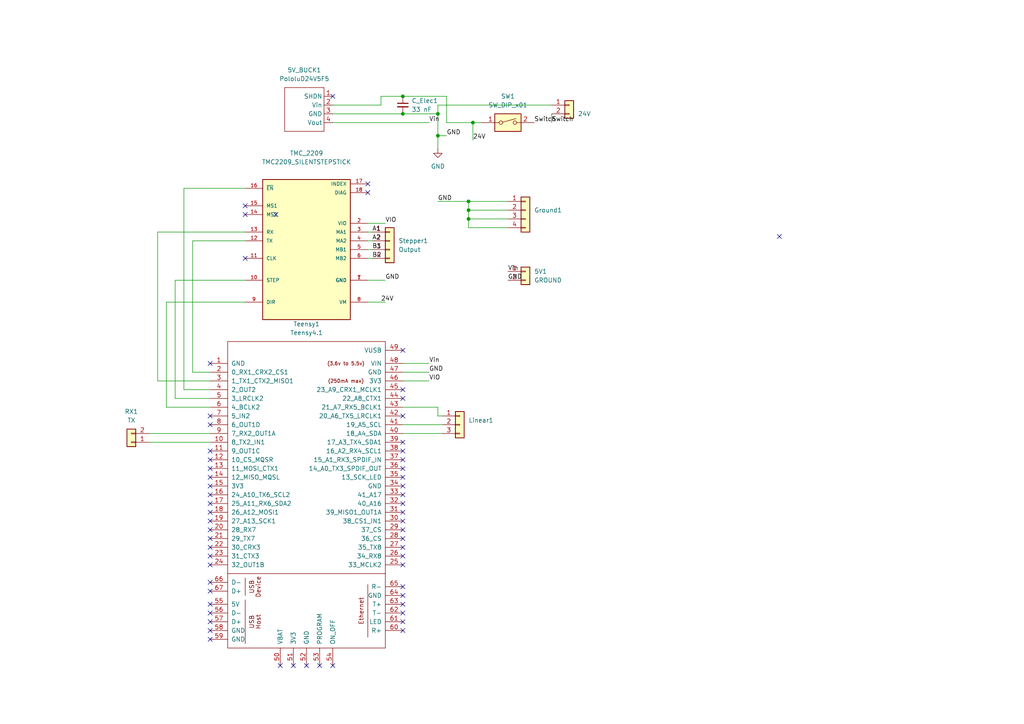
<source format=kicad_sch>
(kicad_sch (version 20250114) (generator "eeschema") (generator_version "9.0")
  (paper "A4")
  (title_block (title "Arm_Controller_Board") (date "2024-04-24") (company "RoboNav"))
  (lib_symbols
    (symbol "Connector_Generic:Conn_01x02" (pin_names (offset 1.016) (hide yes))
      (property "Reference" "J" (at 0 2.54 0))
      (property "Value" "Conn_01x02" (at 0 -5.08 0))
      (symbol "Conn_01x02_1_1"
        (rectangle (start -1.27 1.27) (end 1.27 -3.81) (stroke (width 0.254)) (fill (type background)))
        (rectangle (start -1.27 0.127) (end 0 -0.127) (stroke (width 0.1524)))
        (rectangle (start -1.27 -2.413) (end 0 -2.667) (stroke (width 0.1524)))
        (pin passive line (at -5.08 0 0) (length 3.81) (name "Pin_1") (number "1"))
        (pin passive line (at -5.08 -2.54 0) (length 3.81) (name "Pin_2") (number "2"))
      )
    )
    (symbol "Connector_Generic:Conn_01x03" (pin_names (offset 1.016) (hide yes))
      (property "Reference" "J" (at 0 5.08 0))
      (property "Value" "Conn_01x03" (at 0 -5.08 0))
      (symbol "Conn_01x03_1_1"
        (rectangle (start -1.27 3.81) (end 1.27 -3.81) (stroke (width 0.254)) (fill (type background)))
        (rectangle (start -1.27 2.667) (end 0 2.413) (stroke (width 0.1524)))
        (rectangle (start -1.27 0.127) (end 0 -0.127) (stroke (width 0.1524)))
        (rectangle (start -1.27 -2.413) (end 0 -2.667) (stroke (width 0.1524)))
        (pin passive line (at -5.08 2.54 0) (length 3.81) (name "Pin_1") (number "1"))
        (pin passive line (at -5.08 0 0) (length 3.81) (name "Pin_2") (number "2"))
        (pin passive line (at -5.08 -2.54 0) (length 3.81) (name "Pin_3") (number "3"))
      )
    )
    (symbol "Connector_Generic:Conn_01x04" (pin_names (offset 1.016) (hide yes))
      (property "Reference" "J" (at 0 5.08 0))
      (property "Value" "Conn_01x04" (at 0 -7.62 0))
      (symbol "Conn_01x04_1_1"
        (rectangle (start -1.27 3.81) (end 1.27 -6.35) (stroke (width 0.254)) (fill (type background)))
        (rectangle (start -1.27 2.667) (end 0 2.413) (stroke (width 0.1524)))
        (rectangle (start -1.27 0.127) (end 0 -0.127) (stroke (width 0.1524)))
        (rectangle (start -1.27 -2.413) (end 0 -2.667) (stroke (width 0.1524)))
        (rectangle (start -1.27 -4.953) (end 0 -5.207) (stroke (width 0.1524)))
        (pin passive line (at -5.08 2.54 0) (length 3.81) (name "Pin_1") (number "1"))
        (pin passive line (at -5.08 0 0) (length 3.81) (name "Pin_2") (number "2"))
        (pin passive line (at -5.08 -2.54 0) (length 3.81) (name "Pin_3") (number "3"))
        (pin passive line (at -5.08 -5.08 0) (length 3.81) (name "Pin_4") (number "4"))
      )
    )
    (symbol "Device:C_Small" (pin_numbers (hide yes)) (pin_names (offset 0.254) (hide yes))
      (property "Reference" "C" (at 0.254 1.778 0))
      (property "Value" "C_Small" (at 0.254 -2.032 0))
      (symbol "C_Small_0_1"
        (polyline (pts (xy -1.524 0.508) (xy 1.524 0.508)) (stroke (width 0.3048)))
        (polyline (pts (xy -1.524 -0.508) (xy 1.524 -0.508)) (stroke (width 0.3302)))
      )
      (symbol "C_Small_1_1"
        (pin passive line (at 0 2.54 270) (length 2.032) (name "~") (number "1"))
        (pin passive line (at 0 -2.54 90) (length 2.032) (name "~") (number "2"))
      )
    )
    (symbol "Pololu_5V_D24V5F5:D24V5F5"
      (property "Reference" "U2" (at -5.715 11.43 0))
      (property "Value" "~" (at -5.715 8.89 0))
      (symbol "D24V5F5_0_1"
        (rectangle (start 0 7.62) (end -11.43 -5.08))
      )
      (symbol "D24V5F5_1_1"
        (pin power_in line (at 2.54 5.08 180) (length 2.54) (name "SHDN") (number "1"))
        (pin power_in line (at 2.54 2.54 180) (length 2.54) (name "Vin") (number "2"))
        (pin power_in line (at 2.54 0 180) (length 2.54) (name "GND") (number "3"))
        (pin power_out line (at 2.54 -2.54 180) (length 2.54) (name "Vout") (number "4"))
      )
    )
    (symbol "Switch:SW_DIP_x01" (pin_names (offset 0) (hide yes))
      (property "Reference" "SW" (at 0 3.81 0))
      (property "Value" "SW_DIP_x01" (at 0 -3.81 0))
      (symbol "SW_DIP_x01_0_0"
        (circle (center -2.032 0) (radius 0.508))
        (polyline (pts (xy -1.524 0.127) (xy 2.3622 1.1684)))
        (circle (center 2.032 0) (radius 0.508))
      )
      (symbol "SW_DIP_x01_0_1"
        (rectangle (start -3.81 2.54) (end 3.81 -2.54) (stroke (width 0.254)) (fill (type background)))
      )
      (symbol "SW_DIP_x01_1_1"
        (pin passive line (at -7.62 0 0) (length 5.08) (name "~") (number "1"))
        (pin passive line (at 7.62 0 180) (length 5.08) (name "~") (number "2"))
      )
    )
    (symbol "TMC2209_SILENTSTEPSTICK:TMC2209_SILENTSTEPSTICK" (pin_names (offset 1.016))
      (property "Reference" "TMC_2209" (at 0 25.4 0))
      (property "Value" "TMC2209_SILENTSTEPSTICK" (at 0 22.86 0))
      (symbol "TMC2209_SILENTSTEPSTICK_0_0"
        (rectangle (start -12.7 17.78) (end 12.7 -22.86) (stroke (width 0.254)) (fill (type background)))
        (pin input line (at -17.78 15.24 0) (length 5.08) (name "~{EN}") (number "16"))
        (pin input line (at -17.78 10.16 0) (length 5.08) (name "MS1") (number "15"))
        (pin input line (at -17.78 7.62 0) (length 5.08) (name "MS2") (number "14"))
        (pin input line (at -17.78 -11.43 0) (length 5.08) (name "STEP") (number "10"))
        (pin input line (at -17.78 -17.78 0) (length 5.08) (name "DIR") (number "9"))
        (pin output line (at 17.78 16.51 180) (length 5.08) (name "INDEX") (number "17"))
        (pin output line (at 17.78 13.97 180) (length 5.08) (name "DIAG") (number "18"))
        (pin power_in line (at 17.78 5.08 180) (length 5.08) (name "VIO") (number "2"))
        (pin power_in line (at 17.78 -11.43 180) (length 5.08) (name "GND") (number "1"))
        (pin power_in line (at 17.78 -11.43 180) (length 5.08) (name "GND") (number "7"))
        (pin power_in line (at 17.78 -17.78 180) (length 5.08) (name "VM") (number "8"))
      )
      (symbol "TMC2209_SILENTSTEPSTICK_1_0"
        (pin input line (at -17.78 2.54 0) (length 5.08) (name "RX") (number "13"))
        (pin bidirectional line (at -17.78 0 0) (length 5.08) (name "TX") (number "12"))
        (pin bidirectional line (at -17.78 -5.08 0) (length 5.08) (name "CLK") (number "11"))
        (pin output line (at 17.78 2.54 180) (length 5.08) (name "MA1") (number "3"))
        (pin output line (at 17.78 0 180) (length 5.08) (name "MA2") (number "4"))
        (pin output line (at 17.78 -2.54 180) (length 5.08) (name "MB1") (number "5"))
        (pin output line (at 17.78 -5.08 180) (length 5.08) (name "MB2") (number "6"))
      )
    )
    (symbol "Teensy:Teensy4.1" (pin_names (offset 1.016))
      (property "Reference" "U" (at 0 64.77 0))
      (property "Value" "Teensy4.1" (at 0 62.23 0))
      (symbol "Teensy4.1_0_0"
        (polyline (pts (xy -22.86 -6.35) (xy 22.86 -6.35)))
        (polyline (pts (xy -17.78 -7.62) (xy -17.78 -12.7)))
        (polyline (pts (xy -17.78 -26.67) (xy -17.78 -13.97)))
        (polyline (pts (xy 17.78 -9.525) (xy 17.78 -24.765)))
        (text "USB" (at -15.875 -10.16 900) (effects (font (size 1.27 1.27))))
        (text "USB" (at -15.875 -20.32 900) (effects (font (size 1.27 1.27))))
        (text "Device" (at -13.97 -10.16 900) (effects (font (size 1.27 1.27))))
        (text "Host" (at -13.97 -20.32 900) (effects (font (size 1.27 1.27))))
        (text "(3.6v to 5.5v)" (at 11.43 54.61 0) (effects (font (size 1.016 1.016))))
        (text "(250mA max)" (at 11.43 49.53 0) (effects (font (size 1.016 1.016))))
        (text "Ethernet" (at 15.875 -17.145 900) (effects (font (size 1.27 1.27))))
        (pin bidirectional line (at -27.94 44.45 0) (length 5.08) (name "3_LRCLK2") (number "5"))
        (pin bidirectional line (at -27.94 41.91 0) (length 5.08) (name "4_BCLK2") (number "6"))
        (pin bidirectional line (at -27.94 39.37 0) (length 5.08) (name "5_IN2") (number "7"))
        (pin bidirectional line (at -27.94 36.83 0) (length 5.08) (name "6_OUT1D") (number "8"))
        (pin bidirectional line (at -27.94 34.29 0) (length 5.08) (name "7_RX2_OUT1A") (number "9"))
        (pin bidirectional line (at -27.94 31.75 0) (length 5.08) (name "8_TX2_IN1") (number "10"))
        (pin bidirectional line (at -27.94 29.21 0) (length 5.08) (name "9_OUT1C") (number "11"))
        (pin bidirectional line (at -27.94 26.67 0) (length 5.08) (name "10_CS_MQSR") (number "12"))
        (pin bidirectional line (at -27.94 24.13 0) (length 5.08) (name "11_MOSI_CTX1") (number "13"))
        (pin bidirectional line (at -27.94 21.59 0) (length 5.08) (name "12_MISO_MQSL") (number "14"))
        (pin power_in line (at -27.94 19.05 0) (length 5.08) (name "3V3") (number "15"))
        (pin bidirectional line (at -27.94 16.51 0) (length 5.08) (name "24_A10_TX6_SCL2") (number "16"))
        (pin bidirectional line (at -27.94 13.97 0) (length 5.08) (name "25_A11_RX6_SDA2") (number "17"))
        (pin bidirectional line (at -27.94 11.43 0) (length 5.08) (name "26_A12_MOSI1") (number "18"))
        (pin bidirectional line (at -27.94 8.89 0) (length 5.08) (name "27_A13_SCK1") (number "19"))
        (pin bidirectional line (at -27.94 6.35 0) (length 5.08) (name "28_RX7") (number "20"))
        (pin bidirectional line (at -27.94 3.81 0) (length 5.08) (name "29_TX7") (number "21"))
        (pin bidirectional line (at -27.94 1.27 0) (length 5.08) (name "30_CRX3") (number "22"))
        (pin bidirectional line (at -27.94 -1.27 0) (length 5.08) (name "31_CTX3") (number "23"))
        (pin bidirectional line (at -27.94 -3.81 0) (length 5.08) (name "32_OUT1B") (number "24"))
        (pin bidirectional line (at -27.94 -8.89 0) (length 5.08) (name "D-") (number "66"))
        (pin bidirectional line (at -27.94 -11.43 0) (length 5.08) (name "D+") (number "67"))
        (pin power_out line (at -27.94 -15.24 0) (length 5.08) (name "5V") (number "55"))
        (pin bidirectional line (at -27.94 -17.78 0) (length 5.08) (name "D-") (number "56"))
        (pin bidirectional line (at -27.94 -20.32 0) (length 5.08) (name "D+") (number "57"))
        (pin power_in line (at -27.94 -22.86 0) (length 5.08) (name "GND") (number "58"))
        (pin power_in line (at -27.94 -25.4 0) (length 5.08) (name "GND") (number "59"))
        (pin power_in line (at -7.62 -33.02 90) (length 5.08) (name "VBAT") (number "50"))
        (pin power_in line (at -3.81 -33.02 90) (length 5.08) (name "3V3") (number "51"))
        (pin input line (at 0 -33.02 90) (length 5.08) (name "GND") (number "52"))
        (pin input line (at 3.81 -33.02 90) (length 5.08) (name "PROGRAM") (number "53"))
        (pin input line (at 7.62 -33.02 90) (length 5.08) (name "ON_OFF") (number "54"))
        (pin power_out line (at 27.94 58.42 180) (length 5.08) (name "VUSB") (number "49"))
        (pin power_in line (at 27.94 54.61 180) (length 5.08) (name "VIN") (number "48"))
        (pin output line (at 27.94 52.07 180) (length 5.08) (name "GND") (number "47"))
        (pin output line (at 27.94 49.53 180) (length 5.08) (name "3V3") (number "46"))
        (pin bidirectional line (at 27.94 46.99 180) (length 5.08) (name "23_A9_CRX1_MCLK1") (number "45"))
        (pin bidirectional line (at 27.94 44.45 180) (length 5.08) (name "22_A8_CTX1") (number "44"))
        (pin bidirectional line (at 27.94 41.91 180) (length 5.08) (name "21_A7_RX5_BCLK1") (number "43"))
        (pin bidirectional line (at 27.94 39.37 180) (length 5.08) (name "20_A6_TX5_LRCLK1") (number "42"))
        (pin bidirectional line (at 27.94 36.83 180) (length 5.08) (name "19_A5_SCL") (number "41"))
        (pin bidirectional line (at 27.94 34.29 180) (length 5.08) (name "18_A4_SDA") (number "40"))
        (pin bidirectional line (at 27.94 31.75 180) (length 5.08) (name "17_A3_TX4_SDA1") (number "39"))
        (pin bidirectional line (at 27.94 29.21 180) (length 5.08) (name "16_A2_RX4_SCL1") (number "38"))
        (pin bidirectional line (at 27.94 26.67 180) (length 5.08) (name "15_A1_RX3_SPDIF_IN") (number "37"))
        (pin bidirectional line (at 27.94 24.13 180) (length 5.08) (name "14_A0_TX3_SPDIF_OUT") (number "36"))
        (pin bidirectional line (at 27.94 21.59 180) (length 5.08) (name "13_SCK_LED") (number "35"))
        (pin bidirectional line (at 27.94 16.51 180) (length 5.08) (name "41_A17") (number "33"))
        (pin bidirectional line (at 27.94 13.97 180) (length 5.08) (name "40_A16") (number "32"))
        (pin bidirectional line (at 27.94 11.43 180) (length 5.08) (name "39_MISO1_OUT1A") (number "31"))
        (pin bidirectional line (at 27.94 8.89 180) (length 5.08) (name "38_CS1_IN1") (number "30"))
        (pin bidirectional line (at 27.94 6.35 180) (length 5.08) (name "37_CS") (number "29"))
        (pin bidirectional line (at 27.94 3.81 180) (length 5.08) (name "36_CS") (number "28"))
        (pin bidirectional line (at 27.94 1.27 180) (length 5.08) (name "35_TX8") (number "27"))
        (pin bidirectional line (at 27.94 -1.27 180) (length 5.08) (name "34_RX8") (number "26"))
        (pin bidirectional line (at 27.94 -3.81 180) (length 5.08) (name "33_MCLK2") (number "25"))
        (pin bidirectional line (at 27.94 -10.16 180) (length 5.08) (name "R-") (number "65"))
        (pin power_in line (at 27.94 -12.7 180) (length 5.08) (name "GND") (number "64"))
        (pin bidirectional line (at 27.94 -15.24 180) (length 5.08) (name "T+") (number "63"))
        (pin bidirectional line (at 27.94 -17.78 180) (length 5.08) (name "T-") (number "62"))
        (pin bidirectional line (at 27.94 -20.32 180) (length 5.08) (name "LED") (number "61"))
        (pin bidirectional line (at 27.94 -22.86 180) (length 5.08) (name "R+") (number "60"))
      )
      (symbol "Teensy4.1_0_1"
        (rectangle (start -22.86 60.96) (end 22.86 -27.94))
        (rectangle (start -20.32 -1.27) (end -20.32 -1.27))
      )
      (symbol "Teensy4.1_1_1"
        (pin power_in line (at -27.94 54.61 0) (length 5.08) (name "GND") (number "1"))
        (pin bidirectional line (at -27.94 52.07 0) (length 5.08) (name "0_RX1_CRX2_CS1") (number "2"))
        (pin bidirectional line (at -27.94 49.53 0) (length 5.08) (name "1_TX1_CTX2_MISO1") (number "3"))
        (pin bidirectional line (at -27.94 46.99 0) (length 5.08) (name "2_OUT2") (number "4"))
        (pin power_in line (at 27.94 19.05 180) (length 5.08) (name "GND") (number "34"))
      )
    )
    (symbol "power:GND" (power) (pin_numbers (hide yes)) (pin_names (offset 0) (hide yes))
      (property "Value" "GND" (at 0 -3.81 0))
      (symbol "GND_0_1"
        (polyline (pts (xy 0 0) (xy 0 -1.27) (xy 1.27 -1.27) (xy 0 -2.54) (xy -1.27 -1.27) (xy 0 -1.27)))
      )
      (symbol "GND_1_1"
        (pin power_in line (at 0 0 270) (length 0) (name "~") (number "1"))
      )
    )
  )
  (junction (at 116.84 33.02))
  (junction (at 135.89 63.5))
  (junction (at 127 33.02))
  (junction (at 135.89 60.96))
  (junction (at 137.16 35.56))
  (junction (at 116.84 27.94))
  (junction (at 135.89 58.42))
  (junction (at 127 39.37))
  (no_connect (at 60.96 135.89))
  (no_connect (at 116.84 135.89))
  (no_connect (at 85.09 193.04))
  (no_connect (at 92.71 193.04))
  (no_connect (at 60.96 158.75))
  (no_connect (at 60.96 156.21))
  (no_connect (at 60.96 133.35))
  (no_connect (at 60.96 177.8))
  (no_connect (at 116.84 170.18))
  (no_connect (at 116.84 101.6))
  (no_connect (at 116.84 113.03))
  (no_connect (at 60.96 120.65))
  (no_connect (at 116.84 143.51))
  (no_connect (at 116.84 158.75))
  (no_connect (at 60.96 140.97))
  (no_connect (at 60.96 185.42))
  (no_connect (at 60.96 175.26))
  (no_connect (at 60.96 105.41))
  (no_connect (at 96.52 27.94))
  (no_connect (at 116.84 140.97))
  (no_connect (at 106.68 55.88))
  (no_connect (at 116.84 120.65))
  (no_connect (at 116.84 177.8))
  (no_connect (at 60.96 143.51))
  (no_connect (at 60.96 163.83))
  (no_connect (at 106.68 53.34))
  (no_connect (at 60.96 146.05))
  (no_connect (at 116.84 148.59))
  (no_connect (at 71.12 62.23))
  (no_connect (at 60.96 171.45))
  (no_connect (at 60.96 148.59))
  (no_connect (at 88.9 193.04))
  (no_connect (at 116.84 182.88))
  (no_connect (at 116.84 163.83))
  (no_connect (at 60.96 168.91))
  (no_connect (at 60.96 161.29))
  (no_connect (at 60.96 151.13))
  (no_connect (at 116.84 115.57))
  (no_connect (at 116.84 133.35))
  (no_connect (at 116.84 156.21))
  (no_connect (at 60.96 182.88))
  (no_connect (at 96.52 193.04))
  (no_connect (at 116.84 128.27))
  (no_connect (at 116.84 151.13))
  (no_connect (at 116.84 153.67))
  (no_connect (at 71.12 59.69))
  (no_connect (at 116.84 146.05))
  (no_connect (at 116.84 180.34))
  (no_connect (at 60.96 138.43))
  (no_connect (at 81.28 193.04))
  (no_connect (at 80.01 62.23))
  (no_connect (at 116.84 172.72))
  (no_connect (at 226.06 68.58))
  (no_connect (at 116.84 130.81))
  (no_connect (at 116.84 138.43))
  (no_connect (at 60.96 123.19))
  (no_connect (at 60.96 180.34))
  (no_connect (at 60.96 130.81))
  (no_connect (at 60.96 153.67))
  (no_connect (at 116.84 175.26))
  (no_connect (at 71.12 74.93))
  (no_connect (at 116.84 161.29))
  (wire (pts (xy 106.68 69.85) (xy 107.95 69.85)))
  (wire (pts (xy 45.72 67.31) (xy 45.72 110.49)))
  (wire (pts (xy 48.26 118.11) (xy 48.26 87.63)))
  (wire (pts (xy 96.52 35.56) (xy 124.46 35.56)))
  (wire (pts (xy 55.88 69.85) (xy 55.88 107.95)))
  (wire (pts (xy 135.89 58.42) (xy 127 58.42)))
  (wire (pts (xy 55.88 69.85) (xy 71.12 69.85)))
  (wire (pts (xy 106.68 74.93) (xy 107.95 74.93)))
  (wire (pts (xy 48.26 118.11) (xy 60.96 118.11)))
  (wire (pts (xy 116.84 27.94) (xy 110.49 27.94)))
  (wire (pts (xy 53.34 54.61) (xy 71.12 54.61)))
  (wire (pts (xy 127 39.37) (xy 129.54 39.37)))
  (wire (pts (xy 106.68 72.39) (xy 107.95 72.39)))
  (wire (pts (xy 129.54 27.94) (xy 116.84 27.94)))
  (wire (pts (xy 116.84 110.49) (xy 124.46 110.49)))
  (wire (pts (xy 116.84 123.19) (xy 128.27 123.19)))
  (wire (pts (xy 43.18 125.73) (xy 60.96 125.73)))
  (wire (pts (xy 129.54 27.94) (xy 129.54 35.56)))
  (wire (pts (xy 124.46 105.41) (xy 116.84 105.41)))
  (wire (pts (xy 160.02 33.02) (xy 160.02 35.56)))
  (wire (pts (xy 127 120.65) (xy 127 118.11)))
  (wire (pts (xy 116.84 33.02) (xy 127 33.02)))
  (wire (pts (xy 137.16 35.56) (xy 129.54 35.56)))
  (wire (pts (xy 127 33.02) (xy 127 39.37)))
  (wire (pts (xy 106.68 67.31) (xy 107.95 67.31)))
  (wire (pts (xy 147.32 63.5) (xy 135.89 63.5)))
  (wire (pts (xy 116.84 107.95) (xy 124.46 107.95)))
  (wire (pts (xy 110.49 27.94) (xy 110.49 30.48)))
  (wire (pts (xy 139.7 35.56) (xy 137.16 35.56)))
  (wire (pts (xy 137.16 35.56) (xy 137.16 40.64)))
  (wire (pts (xy 96.52 30.48) (xy 110.49 30.48)))
  (wire (pts (xy 53.34 113.03) (xy 60.96 113.03)))
  (wire (pts (xy 55.88 107.95) (xy 60.96 107.95)))
  (wire (pts (xy 135.89 66.04) (xy 135.89 63.5)))
  (wire (pts (xy 45.72 110.49) (xy 60.96 110.49)))
  (wire (pts (xy 147.32 58.42) (xy 135.89 58.42)))
  (wire (pts (xy 135.89 63.5) (xy 135.89 60.96)))
  (wire (pts (xy 53.34 54.61) (xy 53.34 113.03)))
  (wire (pts (xy 106.68 64.77) (xy 111.76 64.77)))
  (wire (pts (xy 127 118.11) (xy 116.84 118.11)))
  (wire (pts (xy 96.52 33.02) (xy 116.84 33.02)))
  (wire (pts (xy 45.72 67.31) (xy 71.12 67.31)))
  (wire (pts (xy 147.32 66.04) (xy 135.89 66.04)))
  (wire (pts (xy 160.02 30.48) (xy 127 30.48)))
  (wire (pts (xy 106.68 81.28) (xy 111.76 81.28)))
  (wire (pts (xy 50.8 115.57) (xy 50.8 81.28)))
  (wire (pts (xy 116.84 125.73) (xy 128.27 125.73)))
  (wire (pts (xy 48.26 87.63) (xy 71.12 87.63)))
  (wire (pts (xy 50.8 115.57) (xy 60.96 115.57)))
  (wire (pts (xy 106.68 87.63) (xy 111.76 87.63)))
  (wire (pts (xy 127 120.65) (xy 128.27 120.65)))
  (wire (pts (xy 147.32 60.96) (xy 135.89 60.96)))
  (wire (pts (xy 135.89 60.96) (xy 135.89 58.42)))
  (wire (pts (xy 127 30.48) (xy 127 33.02)))
  (wire (pts (xy 43.18 128.27) (xy 60.96 128.27)))
  (wire (pts (xy 127 39.37) (xy 127 43.18)))
  (wire (pts (xy 50.8 81.28) (xy 71.12 81.28)))
  (label "VIO" (at 111.76 64.77 0))
  (label "B2" (at 107.95 74.93 0))
  (label "24V" (at 110.49 87.63 0))
  (label "GND" (at 129.54 39.37 0))
  (label "A2" (at 107.95 69.85 0))
  (label "GND" (at 124.46 107.95 0))
  (label "Switch" (at 160.02 35.56 0))
  (label "GND" (at 127 58.42 0))
  (label "Vin" (at 147.32 78.74 0))
  (label "Switch" (at 154.94 35.56 0))
  (label "Vin" (at 124.46 35.56 0))
  (label "Vin" (at 124.46 105.41 0))
  (label "GND" (at 147.32 81.28 0))
  (label "24V" (at 137.16 40.64 0))
  (label "VIO" (at 124.46 110.49 0))
  (label "GND" (at 111.76 81.28 0))
  (label "A1" (at 107.95 67.31 0))
  (label "B1" (at 107.95 72.39 0))
  (symbol (lib_id "power:GND") (at 127 43.18 0) (unit 1)
    (property "Reference" "#PWR01" (effects (hide yes)))
    (property "Value" "GND" (at 127 48.26 0))
    (property "Description" "Power symbol creates a global label with name \"GND\" , ground" (effects (hide yes)))
  )
  (symbol (lib_id "TMC2209_SILENTSTEPSTICK:TMC2209_SILENTSTEPSTICK") (at 88.9 69.85 0) (unit 1)
    (property "Reference" "TMC_2209" (at 88.9 44.45 0))
    (property "Value" "TMC2209_SILENTSTEPSTICK" (at 88.9 46.99 0))
    (property "Footprint" "Bigtreetech_TMC2209:MODULE_TMC2209_SILENTSTEPSTICK" (effects (hide yes)))
    (property "SNAPEDA_PN" "TMC2209 SILENTSTEPSTICK" (effects (hide yes)))
  )
  (symbol (lib_id "Teensy:Teensy4.1") (at 88.9 160.02 0) (unit 1)
    (property "Reference" "Teensy1" (at 88.9 93.98 0))
    (property "Value" "Teensy4.1" (at 88.9 96.52 0))
    (property "Footprint" "Teensy:Teensy41" (effects (hide yes)))
  )
  (symbol (lib_id "Connector_Generic:Conn_01x02") (at 38.1 128.27 180) (unit 1)
    (property "Reference" "RX1" (at 38.1 119.38 0))
    (property "Value" "TX" (at 38.1 121.92 0))
    (property "Footprint" "Connector_JST:JST_EH_B2B-EH-A_1x02_P2.50mm_Vertical" (effects (hide yes)))
    (property "Description" "Generic connector, single row, 01x02, script generated (kicad-library-utils/schlib/autogen/connector/)" (effects (hide yes)))
  )
  (symbol (lib_id "Pololu_5V_D24V5F5:D24V5F5") (at 93.98 33.02 0) (unit 1)
    (property "Reference" "5V_BUCK1" (at 88.265 20.32 0))
    (property "Value" "PololuD24V5F5" (at 88.265 22.86 0))
    (property "Footprint" "Connector_PinHeader_2.54mm:PinHeader_1x04_P2.54mm_Vertical" (effects (hide yes)))
  )
  (symbol (lib_id "Connector_Generic:Conn_01x02") (at 152.4 78.74 0) (unit 1)
    (property "Reference" "5V1" (at 154.94 78.7399 0) (effects (justify left)))
    (property "Value" "GROUND" (at 154.94 81.2799 0) (effects (justify left)))
    (property "Footprint" "Connector_JST:JST_EH_B2B-EH-A_1x02_P2.50mm_Vertical" (effects (hide yes)))
    (property "Description" "Generic connector, single row, 01x02, script generated (kicad-library-utils/schlib/autogen/connector/)" (effects (hide yes)))
  )
  (symbol (lib_id "Connector_Generic:Conn_01x04") (at 152.4 60.96 0) (unit 1)
    (property "Reference" "Ground1" (at 154.94 60.9599 0) (effects (justify left)))
    (property "Value" "Output" (effects (hide yes)))
    (property "Footprint" "Connector_PinHeader_2.54mm:PinHeader_1x04_P2.54mm_Vertical" (effects (hide yes)))
    (property "Description" "Generic connector, single row, 01x04, script generated (kicad-library-utils/schlib/autogen/connector/)" (effects (hide yes)))
  )
  (symbol (lib_id "Device:C_Small") (at 116.84 30.48 0) (unit 1)
    (property "Reference" "C_Elec1" (at 119.38 29.2162 0) (effects (justify left)))
    (property "Value" "33 nF" (at 119.38 31.7562 0) (effects (justify left)))
    (property "Footprint" "Capacitor_THT:C_Disc_D3.0mm_W1.6mm_P2.50mm" (effects (hide yes)))
    (property "Description" "Unpolarized capacitor, small symbol" (effects (hide yes)))
  )
  (symbol (lib_id "Connector_Generic:Conn_01x02") (at 165.1 30.48 0) (unit 1)
    (property "Reference" "Ground2" (effects (hide yes)))
    (property "Value" "24V" (at 167.64 33.0199 0) (effects (justify left)))
    (property "Footprint" "Connector_JST:JST_EH_B2B-EH-A_1x02_P2.50mm_Vertical" (effects (hide yes)))
    (property "Description" "Generic connector, single row, 01x02, script generated (kicad-library-utils/schlib/autogen/connector/)" (effects (hide yes)))
    (property "Sim.Library" ".\\" (effects (hide yes)))
  )
  (symbol (lib_id "Connector_Generic:Conn_01x03") (at 133.35 123.19 0) (unit 1)
    (property "Reference" "Linear1" (at 135.89 121.9199 0) (effects (justify left)))
    (property "Value" "Actuator" (effects (hide yes)))
    (property "Footprint" "Connector_JST:JST_EH_B3B-EH-A_1x03_P2.50mm_Vertical" (effects (hide yes)))
    (property "Description" "Generic connector, single row, 01x03, script generated (kicad-library-utils/schlib/autogen/connector/)" (effects (hide yes)))
  )
  (symbol (lib_id "Switch:SW_DIP_x01") (at 147.32 35.56 0) (unit 1)
    (property "Reference" "SW1" (at 147.32 27.94 0))
    (property "Value" "SW_DIP_x01" (at 147.32 30.48 0))
    (property "Footprint" "Button_Switch_THT:SW_DIP_SPSTx01_Slide_9.78x4.72mm_W7.62mm_P2.54mm" (effects (hide yes)))
    (property "Description" "1x DIP Switch, Single Pole Single Throw (SPST) switch, small symbol" (effects (hide yes)))
  )
  (symbol (lib_id "Connector_Generic:Conn_01x04") (at 113.03 69.85 0) (unit 1)
    (property "Reference" "Stepper1" (at 115.57 69.8499 0) (effects (justify left)))
    (property "Value" "Output" (at 115.57 72.3899 0) (effects (justify left)))
    (property "Footprint" "Connector_JST:JST_EH_B4B-EH-A_1x04_P2.50mm_Vertical" (effects (hide yes)))
    (property "Description" "Generic connector, single row, 01x04, script generated (kicad-library-utils/schlib/autogen/connector/)" (effects (hide yes)))
  )
)
</source>
